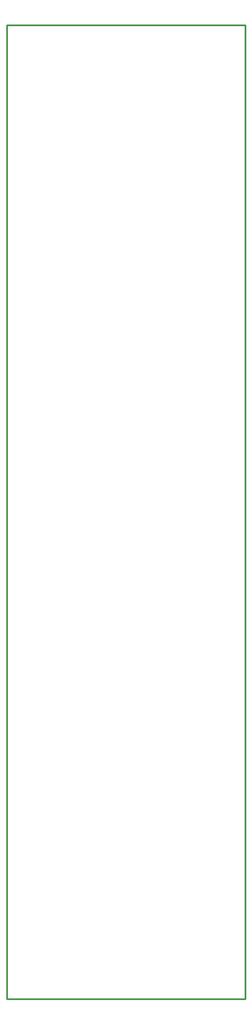
<source format=gko>
G04 Layer: BoardOutlineLayer*
G04 Panelize: , Column: 8, Row: 1, Board Size: 35.56mm x 144.78mm, Panelized Board Size: 298.48mm x 144.78mm*
G04 EasyEDA v6.5.34, 2023-08-21 18:11:39*
G04 4c940eb476364c56bb82817bb8ce7c05,5a6b42c53f6a479593ecc07194224c93,10*
G04 Gerber Generator version 0.2*
G04 Scale: 100 percent, Rotated: No, Reflected: No *
G04 Dimensions in millimeters *
G04 leading zeros omitted , absolute positions ,4 integer and 5 decimal *
%FSLAX45Y45*%
%MOMM*%

%ADD10C,0.2540*%
D10*
X-762000Y13716000D02*
G01*
X2794000Y13716000D01*
X2794000Y-762000D01*
X-762000Y-762000D01*
X-762000Y13716000D01*

%LPD*%
M02*

</source>
